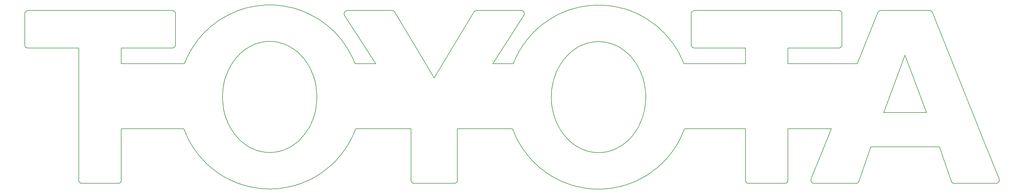
<source format=gbr>
%TF.GenerationSoftware,KiCad,Pcbnew,(6.0.0)*%
%TF.CreationDate,2022-05-14T17:31:40-07:00*%
%TF.ProjectId,Letters GERBER,4c657474-6572-4732-9047-45524245522e,rev?*%
%TF.SameCoordinates,Original*%
%TF.FileFunction,Profile,NP*%
%FSLAX46Y46*%
G04 Gerber Fmt 4.6, Leading zero omitted, Abs format (unit mm)*
G04 Created by KiCad (PCBNEW (6.0.0)) date 2022-05-14 17:31:40*
%MOMM*%
%LPD*%
G01*
G04 APERTURE LIST*
%ADD10C,0.200000*%
G04 APERTURE END LIST*
D10*
X150976765Y-53014486D02*
X167909577Y-53014486D01*
X167909577Y-53014486D02*
X168296813Y-54026102D01*
X168720815Y-55018624D01*
X169180735Y-55991196D01*
X169675730Y-56942965D01*
X170204953Y-57873077D01*
X170767559Y-58780679D01*
X171362701Y-59664916D01*
X171989535Y-60524934D01*
X172647214Y-61359881D01*
X173334894Y-62168902D01*
X174051728Y-62951143D01*
X174796871Y-63705750D01*
X175569478Y-64431870D01*
X176368702Y-65128649D01*
X177193698Y-65795234D01*
X178043621Y-66430769D01*
X178917625Y-67034402D01*
X179814864Y-67605279D01*
X180734493Y-68142545D01*
X181675665Y-68645348D01*
X182637536Y-69112833D01*
X183619260Y-69544147D01*
X184619992Y-69938435D01*
X185638885Y-70294844D01*
X186675094Y-70612520D01*
X187727773Y-70890610D01*
X188796077Y-71128259D01*
X189879160Y-71324613D01*
X190976177Y-71478820D01*
X192086282Y-71590024D01*
X193208629Y-71657373D01*
X194342374Y-71680013D01*
X282040098Y-48034536D02*
X288560414Y-30387530D01*
X265890311Y-53014486D02*
X259684603Y-68569451D01*
X288560414Y-30387530D02*
X295080710Y-48034536D01*
X93280347Y-71650343D02*
X94413079Y-71627745D01*
X95534439Y-71560518D01*
X96643584Y-71449515D01*
X97739670Y-71295587D01*
X98821854Y-71099584D01*
X99889291Y-70862358D01*
X100941138Y-70584762D01*
X101976552Y-70267645D01*
X102994689Y-69911860D01*
X103994706Y-69518257D01*
X104975758Y-69087689D01*
X105937003Y-68621007D01*
X106877597Y-68119061D01*
X107796696Y-67582704D01*
X108693457Y-67012787D01*
X109567035Y-66410161D01*
X110416589Y-65775678D01*
X111241273Y-65110188D01*
X112040244Y-64414544D01*
X112812659Y-63689597D01*
X113557675Y-62936198D01*
X114274447Y-62155198D01*
X114962132Y-61347450D01*
X115619886Y-60513804D01*
X116246867Y-59655111D01*
X116842230Y-58772224D01*
X117405131Y-57865993D01*
X117934728Y-56937270D01*
X118430176Y-55986906D01*
X118890633Y-55015754D01*
X119315254Y-54024663D01*
X119703196Y-53014486D01*
X41144016Y-69940003D02*
X46669135Y-69940003D01*
X119703196Y-53014486D02*
X136719668Y-53014486D01*
X269171075Y-27157003D02*
X269171075Y-17599999D01*
X107780859Y-43269990D02*
X107761991Y-44151393D01*
X107705995Y-45021226D01*
X107613781Y-45878411D01*
X107486262Y-46721874D01*
X107324348Y-47550537D01*
X107128950Y-48363325D01*
X106900979Y-49159161D01*
X106641346Y-49936969D01*
X106350963Y-50695673D01*
X106030740Y-51434197D01*
X105681589Y-52151465D01*
X105304420Y-52846400D01*
X104900145Y-53517926D01*
X104469675Y-54164967D01*
X104013921Y-54786447D01*
X103533794Y-55381290D01*
X103030204Y-55948420D01*
X102504064Y-56486760D01*
X101956284Y-56995234D01*
X101387776Y-57472766D01*
X100799450Y-57918280D01*
X100192217Y-58330699D01*
X99566989Y-58708949D01*
X98924677Y-59051951D01*
X98266192Y-59358631D01*
X97592444Y-59627911D01*
X96904345Y-59858717D01*
X96202806Y-60049971D01*
X95488739Y-60200597D01*
X94763053Y-60309520D01*
X94026661Y-60375663D01*
X93280474Y-60397950D01*
X288560288Y-16599999D02*
X281095711Y-16599999D01*
X252534494Y-68940003D02*
X252534494Y-53014486D01*
X273412307Y-69940003D02*
X273645937Y-69912394D01*
X273862027Y-69833199D01*
X274052930Y-69707867D01*
X274211000Y-69541844D01*
X274328590Y-69340580D01*
X274357470Y-69266602D01*
X252534494Y-28157003D02*
X268171075Y-28157003D01*
X143848353Y-37394424D02*
X131714984Y-17087094D01*
X46669135Y-69940003D02*
X46870669Y-69919686D01*
X47102676Y-69841392D01*
X47305227Y-69711651D01*
X47470470Y-69538319D01*
X47590549Y-69329248D01*
X47657612Y-69092293D01*
X47669135Y-68940003D01*
X222847697Y-17599999D02*
X222847697Y-27157003D01*
X117163277Y-16599999D02*
X116949636Y-16622158D01*
X116755415Y-16685066D01*
X116531718Y-16823078D01*
X116354683Y-17011325D01*
X116231249Y-17237115D01*
X116168352Y-17487758D01*
X116172932Y-17750563D01*
X116224820Y-17948015D01*
X116321494Y-18139816D01*
X47669135Y-53014486D02*
X66857498Y-53014486D01*
X239484257Y-53014486D02*
X239484257Y-68940003D01*
X222847697Y-27157003D02*
X222868013Y-27358537D01*
X222946307Y-27590544D01*
X223076048Y-27793095D01*
X223249380Y-27958338D01*
X223458451Y-28078417D01*
X223695406Y-28145480D01*
X223847697Y-28157003D01*
X150976765Y-68940003D02*
X150976765Y-53014486D01*
X223847697Y-16599999D02*
X223646162Y-16620315D01*
X223414155Y-16698609D01*
X223211604Y-16828350D01*
X223046361Y-17001682D01*
X222926281Y-17210753D01*
X222859219Y-17447708D01*
X222847697Y-17599999D01*
X194342374Y-71680013D02*
X195476118Y-71657373D01*
X196598465Y-71590024D01*
X197708570Y-71478820D01*
X198805587Y-71324613D01*
X199888670Y-71128259D01*
X200956974Y-70890610D01*
X202009653Y-70612520D01*
X203045862Y-70294844D01*
X204064755Y-69938435D01*
X205065487Y-69544147D01*
X206047211Y-69112833D01*
X207009082Y-68645348D01*
X207950254Y-68142545D01*
X208869883Y-67605279D01*
X209767122Y-67034402D01*
X210641126Y-66430769D01*
X211491049Y-65795234D01*
X212316045Y-65128649D01*
X213115269Y-64431870D01*
X213887876Y-63705750D01*
X214633019Y-62951143D01*
X215349853Y-62168902D01*
X216037533Y-61359881D01*
X216695212Y-60524934D01*
X217322046Y-59664916D01*
X217917188Y-58780679D01*
X218479794Y-57873077D01*
X219009017Y-56942965D01*
X219504012Y-55991196D01*
X219963932Y-55018624D01*
X220387934Y-54026102D01*
X220775171Y-53014486D01*
X34618898Y-33014501D02*
X34618898Y-53014486D01*
X137719668Y-69940003D02*
X143848217Y-69940003D01*
X34618898Y-68940003D02*
X34639214Y-69141537D01*
X34717508Y-69373544D01*
X34847249Y-69576095D01*
X35020581Y-69741338D01*
X35229652Y-69861418D01*
X35466607Y-69928480D01*
X35618898Y-69940003D01*
X220775171Y-53014486D02*
X239484257Y-53014486D01*
X239484257Y-68940003D02*
X239504573Y-69141537D01*
X239582867Y-69373544D01*
X239712608Y-69576095D01*
X239885940Y-69741338D01*
X240095011Y-69861418D01*
X240331966Y-69928480D01*
X240484257Y-69940003D01*
X116321494Y-18139816D02*
X125860297Y-33014501D01*
X156839896Y-16599999D02*
X156613916Y-16625844D01*
X156402887Y-16700539D01*
X156214319Y-16819820D01*
X156055726Y-16979426D01*
X155981450Y-17087094D01*
X155981450Y-17087094D02*
X143848353Y-37394424D01*
X245647963Y-16599999D02*
X223847697Y-16599999D01*
X170533157Y-16599999D02*
X156839896Y-16599999D01*
X168130020Y-33014501D02*
X161836137Y-33014501D01*
X194342501Y-26171680D02*
X195088688Y-26193966D01*
X195825080Y-26260109D01*
X196550766Y-26369032D01*
X197264833Y-26519659D01*
X197966372Y-26710914D01*
X198654471Y-26941720D01*
X199328218Y-27211001D01*
X199986704Y-27517681D01*
X200629016Y-27860685D01*
X201254244Y-28238935D01*
X201861476Y-28651355D01*
X202449803Y-29096870D01*
X203018311Y-29574403D01*
X203566091Y-30082878D01*
X204092231Y-30621219D01*
X204595820Y-31188350D01*
X205075947Y-31783194D01*
X205531702Y-32404675D01*
X205962172Y-33051717D01*
X206366447Y-33723244D01*
X206743616Y-34418180D01*
X207092767Y-35135448D01*
X207412990Y-35873973D01*
X207703373Y-36632678D01*
X207963006Y-37410487D01*
X208190977Y-38206324D01*
X208386375Y-39019112D01*
X208548289Y-39847775D01*
X208675808Y-40691238D01*
X208768022Y-41548424D01*
X208824018Y-42418257D01*
X208842886Y-43299661D01*
X66857498Y-53014486D02*
X67245439Y-54024663D01*
X67670060Y-55015754D01*
X68130517Y-55986906D01*
X68625965Y-56937270D01*
X69155562Y-57865993D01*
X69718463Y-58772224D01*
X70313826Y-59655111D01*
X70940807Y-60513804D01*
X71598561Y-61347450D01*
X72286246Y-62155198D01*
X73003018Y-62936198D01*
X73748034Y-63689597D01*
X74520449Y-64414544D01*
X75319420Y-65110188D01*
X76144104Y-65775678D01*
X76993658Y-66410161D01*
X77867236Y-67012787D01*
X78763997Y-67582704D01*
X79683096Y-68119061D01*
X80623690Y-68621007D01*
X81584935Y-69087689D01*
X82565987Y-69518257D01*
X83566004Y-69911860D01*
X84584141Y-70267645D01*
X85619555Y-70584762D01*
X86671402Y-70862358D01*
X87738839Y-71099584D01*
X88821023Y-71295587D01*
X89917109Y-71449515D01*
X91026254Y-71560518D01*
X92147614Y-71627745D01*
X93280347Y-71650343D01*
X35618898Y-69940003D02*
X41144016Y-69940003D01*
X93280474Y-26142009D02*
X94026661Y-26164295D01*
X94763053Y-26230438D01*
X95488739Y-26339361D01*
X96202806Y-26489988D01*
X96904345Y-26681243D01*
X97592444Y-26912049D01*
X98266192Y-27181330D01*
X98924677Y-27488010D01*
X99566989Y-27831014D01*
X100192217Y-28209264D01*
X100799450Y-28621684D01*
X101387776Y-29067199D01*
X101956284Y-29544732D01*
X102504064Y-30053207D01*
X103030204Y-30591548D01*
X103533794Y-31158679D01*
X104013921Y-31753523D01*
X104469675Y-32375004D01*
X104900145Y-33022046D01*
X105304420Y-33693573D01*
X105681589Y-34388509D01*
X106030740Y-35105777D01*
X106350963Y-35844302D01*
X106641346Y-36603007D01*
X106900979Y-37380816D01*
X107128950Y-38176653D01*
X107324348Y-38989441D01*
X107486262Y-39818104D01*
X107613781Y-40661567D01*
X107705995Y-41518753D01*
X107761991Y-42388586D01*
X107780859Y-43269990D01*
X136719668Y-68940003D02*
X136739984Y-69141537D01*
X136818278Y-69373544D01*
X136948019Y-69576095D01*
X137121352Y-69741338D01*
X137330423Y-69861418D01*
X137567378Y-69928480D01*
X137719668Y-69940003D01*
X316507162Y-69940003D02*
X316760827Y-69908048D01*
X316987432Y-69818208D01*
X317180856Y-69679516D01*
X317334975Y-69501005D01*
X317443669Y-69291709D01*
X317500814Y-69060663D01*
X317500289Y-68816898D01*
X317435973Y-68569451D01*
X194342374Y-14919288D02*
X193228559Y-14941147D01*
X192125764Y-15006184D01*
X191034786Y-15113589D01*
X189956426Y-15262550D01*
X188891483Y-15452258D01*
X187840755Y-15681902D01*
X186805042Y-15950670D01*
X185785144Y-16257753D01*
X184781859Y-16602340D01*
X183795988Y-16983620D01*
X182828328Y-17400783D01*
X181879680Y-17853018D01*
X180950843Y-18339514D01*
X180042616Y-18859461D01*
X179155798Y-19412048D01*
X178291189Y-19996465D01*
X177449588Y-20611900D01*
X176631794Y-21257544D01*
X175838606Y-21932586D01*
X175070824Y-22636215D01*
X174329247Y-23367620D01*
X173614674Y-24125992D01*
X172927905Y-24910519D01*
X172269738Y-25720390D01*
X171640974Y-26554796D01*
X171042411Y-27412925D01*
X170474848Y-28293967D01*
X169939085Y-29197112D01*
X169435922Y-30121548D01*
X168966157Y-31066465D01*
X168530590Y-32031053D01*
X168130020Y-33014501D01*
X18982338Y-28157024D02*
X34618898Y-28157024D01*
X161836137Y-33014501D02*
X171374940Y-18139816D01*
X269171075Y-17599999D02*
X269150758Y-17398464D01*
X269072464Y-17166457D01*
X268942723Y-16963906D01*
X268769391Y-16798663D01*
X268560320Y-16678583D01*
X268323365Y-16611521D01*
X268171075Y-16599999D01*
X281095711Y-16599999D02*
X280871026Y-16625515D01*
X280661973Y-16698938D01*
X280475475Y-16815576D01*
X280318452Y-16970739D01*
X280197824Y-17159738D01*
X280166900Y-17229446D01*
X93280347Y-14889638D02*
X92165494Y-14911537D01*
X91061681Y-14976695D01*
X89969709Y-15084297D01*
X88890379Y-15233532D01*
X87824494Y-15423585D01*
X86772854Y-15653645D01*
X85736261Y-15922898D01*
X84715517Y-16230532D01*
X83711424Y-16575734D01*
X82724783Y-16957690D01*
X81756395Y-17375588D01*
X80807062Y-17828616D01*
X79877586Y-18315960D01*
X78968768Y-18836808D01*
X78081410Y-19390346D01*
X77216313Y-19975761D01*
X76374280Y-20592242D01*
X75556111Y-21238975D01*
X74762608Y-21915147D01*
X73994573Y-22619945D01*
X73252807Y-23352557D01*
X72538112Y-24112169D01*
X71851290Y-24897969D01*
X71193141Y-25709145D01*
X70564468Y-26544882D01*
X69966073Y-27404368D01*
X69398756Y-28286791D01*
X68863320Y-29191337D01*
X68360565Y-30117194D01*
X67891294Y-31063549D01*
X67456309Y-32029589D01*
X67056410Y-33014501D01*
X240484257Y-69940003D02*
X246009375Y-69940003D01*
X47669135Y-33014501D02*
X47669135Y-28157024D01*
X223847697Y-28157003D02*
X239484257Y-28157003D01*
X259684603Y-68569451D02*
X259620286Y-68816898D01*
X259619761Y-69060663D01*
X259676906Y-69291709D01*
X259785600Y-69501005D01*
X259939719Y-69679516D01*
X260133143Y-69818208D01*
X260359748Y-69908048D01*
X260613414Y-69940003D01*
X34618898Y-53014486D02*
X34618898Y-68940003D01*
X17982338Y-27157024D02*
X18002654Y-27358558D01*
X18080948Y-27590565D01*
X18210689Y-27793116D01*
X18384021Y-27958359D01*
X18593092Y-28078439D01*
X18830047Y-28145501D01*
X18982338Y-28157024D01*
X268171075Y-28157003D02*
X268372609Y-28136686D01*
X268604616Y-28058392D01*
X268807167Y-27928651D01*
X268972410Y-27755318D01*
X269092490Y-27546247D01*
X269159552Y-27309292D01*
X269171075Y-27157003D01*
X311227531Y-53007639D02*
X296953676Y-17229446D01*
X302763106Y-69266602D02*
X302865503Y-69478403D01*
X303010930Y-69656778D01*
X303191738Y-69796279D01*
X303400282Y-69891458D01*
X303628915Y-69936868D01*
X303708269Y-69940003D01*
X280166900Y-17229446D02*
X273869389Y-33014501D01*
X208842886Y-43299661D02*
X208824018Y-44181064D01*
X208768022Y-45050897D01*
X208675808Y-45908082D01*
X208548289Y-46751545D01*
X208386375Y-47580208D01*
X208190977Y-48392996D01*
X207963006Y-49188832D01*
X207703373Y-49966640D01*
X207412990Y-50725344D01*
X207092767Y-51463868D01*
X206743616Y-52181136D01*
X206366447Y-52876071D01*
X205962172Y-53547597D01*
X205531702Y-54194638D01*
X205075947Y-54816118D01*
X204595820Y-55410961D01*
X204092231Y-55978091D01*
X203566091Y-56516431D01*
X203018311Y-57024905D01*
X202449803Y-57502437D01*
X201861476Y-57947951D01*
X201254244Y-58360370D01*
X200629016Y-58738620D01*
X199986704Y-59081622D01*
X199328218Y-59388302D01*
X198654471Y-59657582D01*
X197966372Y-59888388D01*
X197264833Y-60079642D01*
X196550766Y-60230268D01*
X195825080Y-60339191D01*
X195088688Y-60405334D01*
X194342501Y-60427621D01*
X296024865Y-16599999D02*
X288560288Y-16599999D01*
X296953676Y-17229446D02*
X296846718Y-17030211D01*
X296701057Y-16863248D01*
X296523615Y-16733247D01*
X296321312Y-16644898D01*
X296101069Y-16602892D01*
X296024865Y-16599999D01*
X41505428Y-16599999D02*
X40782604Y-16599999D01*
X246009375Y-69940003D02*
X251534494Y-69940003D01*
X299103077Y-58674627D02*
X302763106Y-69266602D01*
X78780088Y-43269990D02*
X78798955Y-42388586D01*
X78854951Y-41518753D01*
X78947165Y-40661567D01*
X79074684Y-39818104D01*
X79236598Y-38989441D01*
X79431996Y-38176653D01*
X79659967Y-37380816D01*
X79919600Y-36603007D01*
X80209983Y-35844302D01*
X80530206Y-35105777D01*
X80879358Y-34388509D01*
X81256526Y-33693573D01*
X81660801Y-33022046D01*
X82091271Y-32375004D01*
X82547026Y-31753523D01*
X83027153Y-31158679D01*
X83530742Y-30591548D01*
X84056882Y-30053207D01*
X84604662Y-29544732D01*
X85173171Y-29067199D01*
X85761497Y-28621684D01*
X86368729Y-28209264D01*
X86993957Y-27831014D01*
X87636270Y-27488010D01*
X88294755Y-27181330D01*
X88968503Y-26912049D01*
X89656602Y-26681243D01*
X90358141Y-26489988D01*
X91072208Y-26339361D01*
X91797894Y-26230438D01*
X92534286Y-26164295D01*
X93280474Y-26142009D01*
X252534494Y-53014486D02*
X265890311Y-53014486D01*
X143848217Y-69940003D02*
X149976765Y-69940003D01*
X268171075Y-16599999D02*
X246370787Y-16599999D01*
X131714984Y-17087094D02*
X131576891Y-16906359D01*
X131404531Y-16763513D01*
X131205417Y-16662819D01*
X130987061Y-16608537D01*
X130856538Y-16599999D01*
X288560288Y-58674627D02*
X299103077Y-58674627D01*
X311230265Y-53014486D02*
X311227531Y-53007639D01*
X171374940Y-18139816D02*
X171471613Y-17948015D01*
X171523501Y-17750563D01*
X171528081Y-17487758D01*
X171465184Y-17237115D01*
X171341750Y-17011325D01*
X171164715Y-16823078D01*
X170941018Y-16685066D01*
X170746797Y-16622158D01*
X170533157Y-16599999D01*
X136719668Y-53014486D02*
X136719668Y-68940003D01*
X251534494Y-69940003D02*
X251736028Y-69919686D01*
X251968035Y-69841392D01*
X252170586Y-69711651D01*
X252335829Y-69538319D01*
X252455909Y-69329248D01*
X252522971Y-69092293D01*
X252534494Y-68940003D01*
X64305695Y-27157024D02*
X64305695Y-17599999D01*
X303708269Y-69940003D02*
X316507162Y-69940003D01*
X317435973Y-68569451D02*
X311230265Y-53014486D01*
X239484257Y-28157003D02*
X239484257Y-33014501D01*
X47669135Y-68940003D02*
X47669135Y-53014486D01*
X220554727Y-33014501D02*
X220154156Y-32031053D01*
X219718589Y-31066465D01*
X219248824Y-30121548D01*
X218745661Y-29197112D01*
X218209898Y-28293967D01*
X217642336Y-27412925D01*
X217043773Y-26554796D01*
X216415009Y-25720390D01*
X215756842Y-24910519D01*
X215070073Y-24125992D01*
X214355500Y-23367620D01*
X213613923Y-22636215D01*
X212846141Y-21932586D01*
X212052953Y-21257544D01*
X211235159Y-20611900D01*
X210393558Y-19996465D01*
X209528949Y-19412048D01*
X208642131Y-18859461D01*
X207733904Y-18339514D01*
X206805067Y-17853018D01*
X205856419Y-17400783D01*
X204888759Y-16983620D01*
X203902888Y-16602340D01*
X202899603Y-16257753D01*
X201879705Y-15950670D01*
X200843992Y-15681902D01*
X199793264Y-15452258D01*
X198728321Y-15262550D01*
X197649961Y-15113589D01*
X196558983Y-15006184D01*
X195456188Y-14941147D01*
X194342374Y-14919288D01*
X246370787Y-16599999D02*
X245647963Y-16599999D01*
X63305695Y-16599999D02*
X41505428Y-16599999D01*
X40782604Y-16599999D02*
X18982338Y-16599999D01*
X47669135Y-28157024D02*
X63305695Y-28157024D01*
X63305695Y-28157024D02*
X63507229Y-28136707D01*
X63739236Y-28058413D01*
X63941787Y-27928672D01*
X64107030Y-27755340D01*
X64227109Y-27546269D01*
X64294172Y-27309314D01*
X64305695Y-27157024D01*
X67056410Y-33014501D02*
X47669135Y-33014501D01*
X260613414Y-69940003D02*
X273412307Y-69940003D01*
X274357470Y-69266602D02*
X278017499Y-58674627D01*
X17982338Y-17599999D02*
X17982338Y-27157024D01*
X278017499Y-58674627D02*
X288560288Y-58674627D01*
X130856538Y-16599999D02*
X117163277Y-16599999D01*
X34618898Y-28157024D02*
X34618898Y-33014501D01*
X93280474Y-60397950D02*
X92534286Y-60375663D01*
X91797894Y-60309520D01*
X91072208Y-60200597D01*
X90358141Y-60049971D01*
X89656602Y-59858717D01*
X88968503Y-59627911D01*
X88294755Y-59358631D01*
X87636270Y-59051951D01*
X86993957Y-58708949D01*
X86368729Y-58330699D01*
X85761497Y-57918280D01*
X85173171Y-57472766D01*
X84604662Y-56995234D01*
X84056882Y-56486760D01*
X83530742Y-55948420D01*
X83027153Y-55381290D01*
X82547026Y-54786447D01*
X82091271Y-54164967D01*
X81660801Y-53517926D01*
X81256526Y-52846400D01*
X80879358Y-52151465D01*
X80530206Y-51434197D01*
X80209983Y-50695673D01*
X79919600Y-49936969D01*
X79659967Y-49159161D01*
X79431996Y-48363325D01*
X79236598Y-47550537D01*
X79074684Y-46721874D01*
X78947165Y-45878411D01*
X78854951Y-45021226D01*
X78798955Y-44151393D01*
X78780088Y-43269990D01*
X125860297Y-33014501D02*
X119504285Y-33014501D01*
X288560414Y-48034536D02*
X282040098Y-48034536D01*
X194342501Y-60427621D02*
X193596313Y-60405334D01*
X192859921Y-60339191D01*
X192134235Y-60230268D01*
X191420168Y-60079642D01*
X190718629Y-59888388D01*
X190030530Y-59657582D01*
X189356782Y-59388302D01*
X188698297Y-59081622D01*
X188055984Y-58738620D01*
X187430756Y-58360370D01*
X186823524Y-57947951D01*
X186235198Y-57502437D01*
X185666689Y-57024905D01*
X185118909Y-56516431D01*
X184592769Y-55978091D01*
X184089180Y-55410961D01*
X183609053Y-54816118D01*
X183153298Y-54194638D01*
X182722828Y-53547597D01*
X182318553Y-52876071D01*
X181941385Y-52181136D01*
X181592233Y-51463868D01*
X181272010Y-50725344D01*
X180981627Y-49966640D01*
X180721994Y-49188832D01*
X180494023Y-48392996D01*
X180298625Y-47580208D01*
X180136711Y-46751545D01*
X180009192Y-45908082D01*
X179916978Y-45050897D01*
X179860982Y-44181064D01*
X179842115Y-43299661D01*
X239484257Y-33014501D02*
X220554727Y-33014501D01*
X252534494Y-33014501D02*
X252534494Y-28157003D01*
X149976765Y-69940003D02*
X150178299Y-69919686D01*
X150410306Y-69841392D01*
X150612857Y-69711651D01*
X150778100Y-69538319D01*
X150898180Y-69329248D01*
X150965242Y-69092293D01*
X150976765Y-68940003D01*
X119504285Y-33014501D02*
X119104385Y-32029589D01*
X118669399Y-31063549D01*
X118200128Y-30117194D01*
X117697374Y-29191337D01*
X117161937Y-28286791D01*
X116594621Y-27404368D01*
X115996225Y-26544882D01*
X115367552Y-25709145D01*
X114709404Y-24897969D01*
X114022581Y-24112169D01*
X113307886Y-23352557D01*
X112566121Y-22619945D01*
X111798085Y-21915147D01*
X111004583Y-21238975D01*
X110186414Y-20592242D01*
X109344380Y-19975761D01*
X108479283Y-19390346D01*
X107591925Y-18836808D01*
X106683107Y-18315960D01*
X105753631Y-17828616D01*
X104804298Y-17375588D01*
X103835911Y-16957690D01*
X102849269Y-16575734D01*
X101845176Y-16230532D01*
X100824432Y-15922898D01*
X99787839Y-15653645D01*
X98736199Y-15423585D01*
X97670314Y-15233532D01*
X96590984Y-15084297D01*
X95499012Y-14976695D01*
X94395199Y-14911537D01*
X93280347Y-14889638D01*
X64305695Y-17599999D02*
X64285378Y-17398464D01*
X64207084Y-17166457D01*
X64077343Y-16963906D01*
X63904010Y-16798663D01*
X63694939Y-16678583D01*
X63457984Y-16611521D01*
X63305695Y-16599999D01*
X18982338Y-16599999D02*
X18780803Y-16620315D01*
X18548796Y-16698609D01*
X18346245Y-16828350D01*
X18181002Y-17001682D01*
X18060922Y-17210753D01*
X17993860Y-17447708D01*
X17982338Y-17599999D01*
X295080710Y-48034536D02*
X288560414Y-48034536D01*
X179842115Y-43299661D02*
X179860982Y-42418257D01*
X179916978Y-41548424D01*
X180009192Y-40691238D01*
X180136711Y-39847775D01*
X180298625Y-39019112D01*
X180494023Y-38206324D01*
X180721994Y-37410487D01*
X180981627Y-36632678D01*
X181272010Y-35873973D01*
X181592233Y-35135448D01*
X181941385Y-34418180D01*
X182318553Y-33723244D01*
X182722828Y-33051717D01*
X183153298Y-32404675D01*
X183609053Y-31783194D01*
X184089180Y-31188350D01*
X184592769Y-30621219D01*
X185118909Y-30082878D01*
X185666689Y-29574403D01*
X186235198Y-29096870D01*
X186823524Y-28651355D01*
X187430756Y-28238935D01*
X188055984Y-27860685D01*
X188698297Y-27517681D01*
X189356782Y-27211001D01*
X190030530Y-26941720D01*
X190718629Y-26710914D01*
X191420168Y-26519659D01*
X192134235Y-26369032D01*
X192859921Y-26260109D01*
X193596313Y-26193966D01*
X194342501Y-26171680D01*
X273869389Y-33014501D02*
X252534494Y-33014501D01*
M02*

</source>
